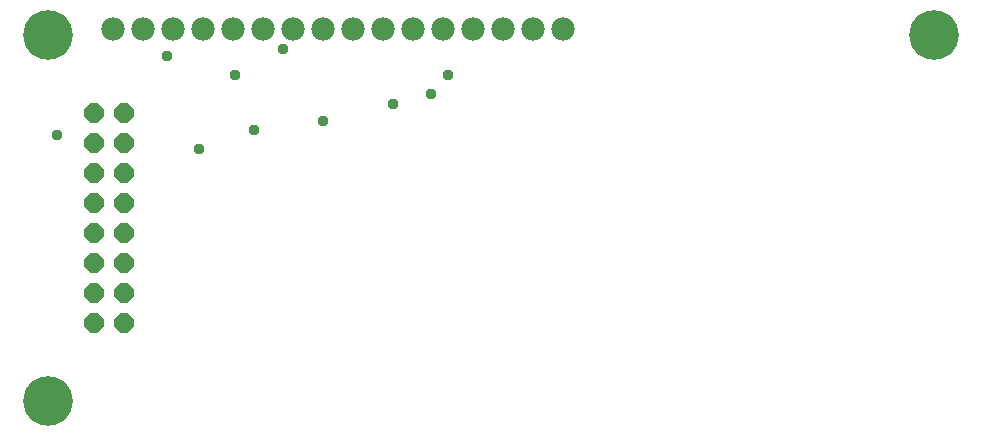
<source format=gts>
G75*
G70*
%OFA0B0*%
%FSLAX24Y24*%
%IPPOS*%
%LPD*%
%AMOC8*
5,1,8,0,0,1.08239X$1,22.5*
%
%ADD10C,0.0780*%
%ADD11OC8,0.0640*%
%ADD12C,0.1655*%
%ADD13C,0.0370*%
D10*
X003559Y013797D03*
X004559Y013797D03*
X005559Y013797D03*
X006559Y013797D03*
X007559Y013797D03*
X008559Y013797D03*
X009559Y013797D03*
X010559Y013797D03*
X011559Y013797D03*
X012559Y013797D03*
X013559Y013797D03*
X014559Y013797D03*
X015559Y013797D03*
X016559Y013797D03*
X017559Y013797D03*
X018559Y013797D03*
D11*
X003910Y010988D03*
X002910Y010988D03*
X002910Y009988D03*
X003910Y009988D03*
X003910Y008988D03*
X002910Y008988D03*
X002910Y007988D03*
X003910Y007988D03*
X003910Y006988D03*
X002910Y006988D03*
X002910Y005988D03*
X003910Y005988D03*
X003910Y004988D03*
X002910Y004988D03*
X002910Y003988D03*
X003910Y003988D03*
D12*
X001399Y001399D03*
X001399Y013604D03*
X030927Y013604D03*
D13*
X014735Y012255D03*
X014175Y011615D03*
X012895Y011295D03*
X010575Y010735D03*
X008255Y010415D03*
X006415Y009775D03*
X001695Y010255D03*
X005375Y012895D03*
X007615Y012255D03*
X009215Y013135D03*
M02*

</source>
